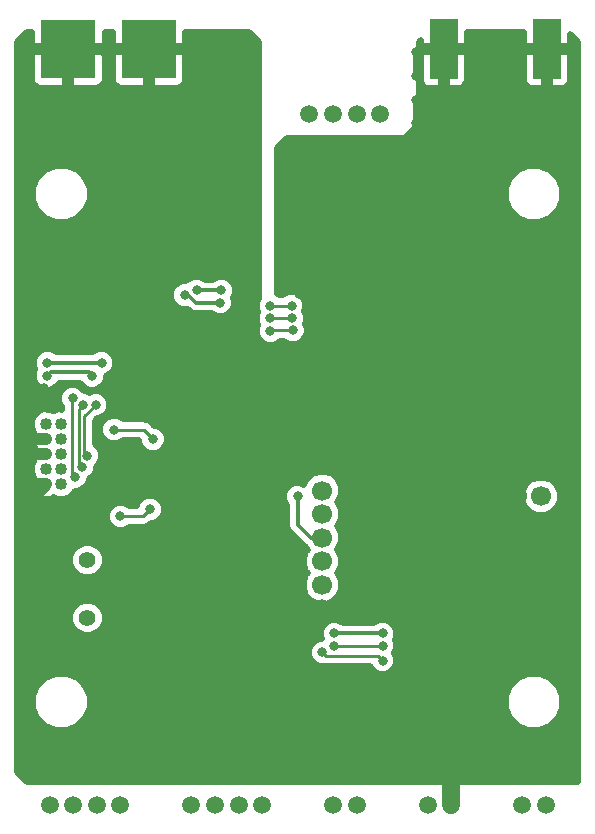
<source format=gbl>
%FSLAX46Y46*%
G04 Gerber Fmt 4.6, Leading zero omitted, Abs format (unit mm)*
G04 Created by KiCad (PCBNEW (2014-jul-16 BZR unknown)-product) date Wed 23 Jul 2014 18:22:31 BST*
%MOMM*%
G01*
G04 APERTURE LIST*
%ADD10C,0.100000*%
%ADD11C,1.700000*%
%ADD12C,1.016000*%
%ADD13C,1.400000*%
%ADD14C,1.500000*%
%ADD15R,4.650000X5.000000*%
%ADD16R,2.413000X5.080000*%
%ADD17C,0.300000*%
%ADD18R,3.500000X1.800000*%
%ADD19R,1.900000X0.900000*%
%ADD20C,0.800000*%
%ADD21C,0.500000*%
%ADD22C,1.000000*%
%ADD23C,1.500000*%
%ADD24C,0.300000*%
%ADD25C,0.280000*%
G04 APERTURE END LIST*
D10*
D11*
X45600000Y34400000D03*
X43600000Y34400000D03*
X27100000Y34900000D03*
X27100000Y32900000D03*
X27100000Y30900000D03*
X27100000Y28900000D03*
X27100000Y26900000D03*
X27100000Y24900000D03*
D12*
X3730000Y40500000D03*
X5000000Y40500000D03*
X3730000Y39230000D03*
X5000000Y39230000D03*
X3730000Y37960000D03*
X5000000Y37960000D03*
X3730000Y36690000D03*
X5000000Y36690000D03*
X3730000Y35420000D03*
X5000000Y35420000D03*
D13*
X7200000Y29000000D03*
X7200000Y24120000D03*
D14*
X26000000Y66750000D03*
X28000000Y66750000D03*
X30000000Y66750000D03*
X32000000Y66750000D03*
X10000000Y8250000D03*
X8000000Y8250000D03*
X6000000Y8250000D03*
X4000000Y8250000D03*
X22000000Y8250000D03*
X20000000Y8250000D03*
X18000000Y8250000D03*
X16000000Y8250000D03*
X46000000Y8250000D03*
X44000000Y8250000D03*
X30000000Y8250000D03*
X28000000Y8250000D03*
X38000000Y8250000D03*
X36000000Y8250000D03*
D15*
X5575000Y72250000D03*
X12425000Y72250000D03*
D16*
X37368500Y72250000D03*
X46131500Y72250000D03*
D17*
X36450000Y52500000D03*
X37050000Y52500000D03*
X35850000Y52500000D03*
X35250000Y52500000D03*
X34650000Y52500000D03*
X34050000Y52500000D03*
X33450000Y52500000D03*
X32850000Y52500000D03*
X32250000Y52500000D03*
X35250000Y53000000D03*
X34650000Y53000000D03*
X34050000Y53000000D03*
X33450000Y53000000D03*
X32850000Y53000000D03*
X32850000Y52000000D03*
X33450000Y52000000D03*
X34050000Y52000000D03*
X34650000Y52000000D03*
X35250000Y52000000D03*
X32250000Y52000000D03*
X32250000Y53000000D03*
D18*
X33750000Y52500000D03*
D19*
X36450000Y52500000D03*
D20*
X24100000Y38900000D03*
X23900000Y40000000D03*
X30500000Y12500000D03*
X44300000Y12100000D03*
X48500000Y34000000D03*
X48500000Y36000000D03*
X48500000Y38000000D03*
X48500000Y40000000D03*
X48500000Y42000000D03*
X48500000Y44000000D03*
X48500000Y46000000D03*
X48500000Y48000000D03*
X48500000Y50000000D03*
X48500000Y52000000D03*
X48500000Y54000000D03*
X48500000Y56000000D03*
X48500000Y58000000D03*
X48500000Y60000000D03*
X48500000Y62000000D03*
X48500000Y64000000D03*
X48500000Y66000000D03*
X48500000Y68000000D03*
X48500000Y70000000D03*
X48500000Y72000000D03*
X34500000Y23500000D03*
X36500000Y23500000D03*
X38500000Y23500000D03*
X40500000Y23500000D03*
X42500000Y23500000D03*
X44500000Y23500000D03*
X46500000Y23500000D03*
X48500000Y23500000D03*
X48500000Y26000000D03*
X48500000Y28000000D03*
X48500000Y30000000D03*
X48500000Y32000000D03*
X32500000Y35000000D03*
X32500000Y33000000D03*
X32500000Y31000000D03*
X32500000Y29000000D03*
X32500000Y27000000D03*
X32500000Y25000000D03*
X32500000Y47500000D03*
X32500000Y45500000D03*
X32500000Y43500000D03*
X32500000Y41500000D03*
X32500000Y39500000D03*
X32500000Y37500000D03*
X33500000Y36000000D03*
X35500000Y36000000D03*
X37500000Y36000000D03*
X34300000Y50700000D03*
X33000000Y50500000D03*
X29400000Y37600000D03*
X37400000Y68800000D03*
X21500000Y38250000D03*
X35000000Y54500000D03*
X35000000Y62000000D03*
X35000000Y64000000D03*
X35000000Y66000000D03*
X35000000Y68000000D03*
X35000000Y70000000D03*
X35000000Y72000000D03*
X35000000Y59750000D03*
X38500000Y65500000D03*
X38500000Y63100000D03*
X38500000Y63900000D03*
X38500000Y64700000D03*
X38200000Y44000000D03*
X38200000Y43200000D03*
X38200000Y42400000D03*
X38200000Y41600000D03*
X38200000Y40000000D03*
X38200000Y40800000D03*
X20200000Y52900000D03*
X6300000Y34600000D03*
X15300000Y27400000D03*
X46100000Y68800000D03*
X12400000Y69100000D03*
X5600000Y68800000D03*
X23500000Y62900000D03*
X24900000Y55800000D03*
X31500000Y59900000D03*
X11600000Y29800000D03*
X3600000Y32000000D03*
X7100000Y48900000D03*
X4900000Y65500000D03*
X12000000Y66100000D03*
X12000000Y68300000D03*
X12000000Y67200000D03*
X25200000Y38900000D03*
X27900000Y38900000D03*
X15900000Y20500000D03*
X22000000Y21700000D03*
X22800000Y13100000D03*
X10200000Y22200000D03*
X4600000Y26600000D03*
X7200000Y54300000D03*
X17650000Y47450000D03*
X12450000Y44800000D03*
X25100000Y51500000D03*
X3500000Y43600000D03*
X2000000Y72000000D03*
X2000000Y70000000D03*
X2000000Y68000000D03*
X2000000Y66000000D03*
X2000000Y64000000D03*
X2000000Y62000000D03*
X2000000Y60000000D03*
X2000000Y58000000D03*
X2000000Y56000000D03*
X2000000Y54000000D03*
X4000000Y55000000D03*
X6000000Y57000000D03*
X7000000Y58000000D03*
X6000000Y63000000D03*
X4000000Y67000000D03*
X16000000Y73000000D03*
X18000000Y73000000D03*
X20000000Y73000000D03*
X21000000Y72000000D03*
X21000000Y70000000D03*
X21000000Y68000000D03*
X20000000Y67000000D03*
X19000000Y65000000D03*
X17000000Y64000000D03*
X17000000Y62000000D03*
X17000000Y60000000D03*
X17000000Y58000000D03*
X16000000Y56000000D03*
X15000000Y55000000D03*
X14000000Y54000000D03*
X13000000Y55000000D03*
X13000000Y57000000D03*
X13000000Y59000000D03*
X13000000Y61000000D03*
X13000000Y63000000D03*
X13000000Y65000000D03*
X13000000Y67000000D03*
X14000000Y68000000D03*
X16000000Y69000000D03*
X16000000Y71000000D03*
X18000000Y71000000D03*
X19000000Y69000000D03*
X17000000Y67000000D03*
X15000000Y65000000D03*
X15000000Y63000000D03*
X15000000Y61000000D03*
X15000000Y59000000D03*
X15000000Y57000000D03*
X22700000Y48400000D03*
X24600000Y48450000D03*
X32200000Y22800000D03*
X28100000Y22800000D03*
X10000000Y32700000D03*
X12500000Y33300000D03*
X15450000Y51450000D03*
X18450000Y50800000D03*
X8400000Y45700000D03*
X3800000Y45700000D03*
X18550000Y51850000D03*
X16450000Y51850000D03*
X3800000Y44600000D03*
X7600000Y44600000D03*
X22700000Y50550000D03*
X24500000Y50550000D03*
X24550000Y49500000D03*
X22700000Y49500000D03*
X27100000Y21200000D03*
X32200000Y20500000D03*
X28100000Y21700000D03*
X32200000Y21700000D03*
X7900000Y42150000D03*
X7200000Y37850000D03*
X6750000Y36900000D03*
X6850000Y42150000D03*
X6150000Y36050000D03*
X5950000Y42700000D03*
X25000000Y34400000D03*
X12750000Y39250000D03*
X9450000Y40050000D03*
D21*
X48500000Y36000000D02*
X48500000Y34000000D01*
X48500000Y40000000D02*
X48500000Y38000000D01*
X48500000Y44000000D02*
X48500000Y42000000D01*
X48500000Y48000000D02*
X48500000Y46000000D01*
X48500000Y52000000D02*
X48500000Y50000000D01*
X48500000Y56000000D02*
X48500000Y54000000D01*
X48500000Y60000000D02*
X48500000Y58000000D01*
X48500000Y64000000D02*
X48500000Y62000000D01*
X48500000Y68000000D02*
X48500000Y66000000D01*
X48500000Y72000000D02*
X48500000Y70000000D01*
X38500000Y23500000D02*
X36500000Y23500000D01*
X42500000Y23500000D02*
X40500000Y23500000D01*
X46500000Y23500000D02*
X44500000Y23500000D01*
X48500000Y26000000D02*
X48500000Y23500000D01*
X48500000Y30000000D02*
X48500000Y28000000D01*
X48500000Y34000000D02*
X48500000Y32000000D01*
X32500000Y33000000D02*
X32500000Y35000000D01*
X32500000Y29000000D02*
X32500000Y31000000D01*
X32500000Y25000000D02*
X32500000Y27000000D01*
X32500000Y45500000D02*
X32500000Y47500000D01*
X32500000Y41500000D02*
X32500000Y43500000D01*
X32500000Y37500000D02*
X32500000Y39500000D01*
X33500000Y36000000D02*
X35500000Y36000000D01*
X35000000Y64000000D02*
X35000000Y62000000D01*
X35000000Y68000000D02*
X35000000Y66000000D01*
X35000000Y72000000D02*
X35000000Y70000000D01*
X6300000Y33900000D02*
X6300000Y34600000D01*
X43600000Y34400000D02*
X42100000Y34400000D01*
X27100000Y24900000D02*
X26000000Y24900000D01*
X26000000Y24900000D02*
X25700000Y25200000D01*
X27100000Y24900000D02*
X28000000Y24900000D01*
X28000000Y24900000D02*
X29000000Y25900000D01*
D22*
X3730000Y39230000D02*
X1870000Y39230000D01*
X1870000Y39230000D02*
X1800000Y39300000D01*
X3730000Y37960000D02*
X1940000Y37960000D01*
X1940000Y37960000D02*
X1900000Y38000000D01*
X3730000Y35420000D02*
X1920000Y35420000D01*
X1920000Y35420000D02*
X1900000Y35400000D01*
D23*
X38000000Y8250000D02*
X38000000Y10750000D01*
D24*
X25100000Y52000000D02*
X25100000Y51500000D01*
X3500000Y43600000D02*
X3600000Y43600000D01*
X3600000Y43600000D02*
X3900000Y43300000D01*
X2000000Y72000000D02*
X2000000Y70000000D01*
X2000000Y68000000D02*
X2000000Y66000000D01*
X2000000Y64000000D02*
X2000000Y62000000D01*
X2000000Y60000000D02*
X2000000Y58000000D01*
X2000000Y56000000D02*
X2000000Y54000000D01*
X4000000Y55000000D02*
X6000000Y57000000D01*
X7000000Y58000000D02*
X8000000Y59000000D01*
X8000000Y59000000D02*
X8000000Y61000000D01*
X8000000Y61000000D02*
X6000000Y63000000D01*
X15250000Y72250000D02*
X16000000Y73000000D01*
X18000000Y73000000D02*
X20000000Y73000000D01*
X21000000Y72000000D02*
X21000000Y70000000D01*
X21000000Y68000000D02*
X20000000Y67000000D01*
X19000000Y65000000D02*
X18000000Y65000000D01*
X18000000Y65000000D02*
X17000000Y64000000D01*
X17000000Y62000000D02*
X17000000Y60000000D01*
X17000000Y58000000D02*
X17000000Y57000000D01*
X17000000Y57000000D02*
X16000000Y56000000D01*
X15000000Y55000000D02*
X14000000Y54000000D01*
X13000000Y55000000D02*
X13000000Y57000000D01*
X13000000Y59000000D02*
X13000000Y61000000D01*
X13000000Y63000000D02*
X13000000Y65000000D01*
X13000000Y67000000D02*
X14000000Y68000000D01*
X16000000Y69000000D02*
X16000000Y71000000D01*
X18000000Y71000000D02*
X19000000Y70000000D01*
X19000000Y70000000D02*
X19000000Y69000000D01*
X17000000Y67000000D02*
X15000000Y65000000D01*
X15000000Y63000000D02*
X15000000Y61000000D01*
X15000000Y59000000D02*
X15000000Y57000000D01*
X12425000Y72250000D02*
X15250000Y72250000D01*
D25*
X22700000Y48400000D02*
X22750000Y48450000D01*
X22750000Y48450000D02*
X24600000Y48450000D01*
D24*
X28100000Y22800000D02*
X32200000Y22800000D01*
D25*
X12500000Y33300000D02*
X11900000Y32700000D01*
X11900000Y32700000D02*
X10000000Y32700000D01*
D24*
X15750000Y51450000D02*
X15450000Y51450000D01*
X16400000Y50800000D02*
X15750000Y51450000D01*
X18450000Y50800000D02*
X16400000Y50800000D01*
X3800000Y45700000D02*
X8400000Y45700000D01*
X18550000Y51850000D02*
X16450000Y51850000D01*
X4100000Y44900000D02*
X7350000Y44900000D01*
X7350000Y44900000D02*
X7650000Y44600000D01*
X7650000Y44600000D02*
X7600000Y44600000D01*
X3800000Y44600000D02*
X4100000Y44900000D01*
D25*
X24500000Y50550000D02*
X22700000Y50550000D01*
X22700000Y49500000D02*
X24550000Y49500000D01*
X27100000Y21200000D02*
X27400000Y20900000D01*
X27400000Y20900000D02*
X31800000Y20900000D01*
X31800000Y20900000D02*
X32200000Y20500000D01*
X28100000Y21700000D02*
X32200000Y21700000D01*
X6930002Y41180002D02*
X7900000Y42150000D01*
X6930002Y38119998D02*
X6930002Y41180002D01*
X7200000Y37850000D02*
X6930002Y38119998D01*
X6750000Y36900000D02*
X6450000Y37200000D01*
X6450000Y37200000D02*
X6450000Y41750000D01*
X6450000Y41750000D02*
X6850000Y42150000D01*
X5900000Y42650000D02*
X5950000Y42700000D01*
X5900000Y36300000D02*
X5900000Y42650000D01*
X6150000Y36050000D02*
X5900000Y36300000D01*
D24*
X26100000Y30900000D02*
X27100000Y30900000D01*
X25000000Y32000000D02*
X26100000Y30900000D01*
X25000000Y34400000D02*
X25000000Y32000000D01*
D25*
X27250000Y31000000D02*
X27100000Y30900000D01*
X12750000Y39250000D02*
X11950000Y40050000D01*
X11950000Y40050000D02*
X9450000Y40050000D01*
D21*
G36*
X48750000Y10250000D02*
X48088000Y10250000D01*
X48088000Y69560815D01*
X48088000Y69859184D01*
X48088000Y71812500D01*
X47900500Y72000000D01*
X46381500Y72000000D01*
X46381500Y69147500D01*
X46569000Y68960000D01*
X47487184Y68960000D01*
X47762841Y69074181D01*
X47973819Y69285159D01*
X48088000Y69560815D01*
X48088000Y10250000D01*
X47400416Y10250000D01*
X47400416Y17475295D01*
X47400416Y60475295D01*
X47035808Y61357715D01*
X46361266Y62033435D01*
X45881500Y62232652D01*
X45881500Y69147500D01*
X45881500Y72000000D01*
X44362500Y72000000D01*
X44175000Y71812500D01*
X44175000Y69859184D01*
X44175000Y69560815D01*
X44289181Y69285159D01*
X44500159Y69074181D01*
X44775816Y68960000D01*
X45694000Y68960000D01*
X45881500Y69147500D01*
X45881500Y62232652D01*
X45479484Y62399583D01*
X44524705Y62400416D01*
X43642285Y62035808D01*
X42966565Y61361266D01*
X42600417Y60479484D01*
X42599584Y59524705D01*
X42964192Y58642285D01*
X43638734Y57966565D01*
X44520516Y57600417D01*
X45475295Y57599584D01*
X46357715Y57964192D01*
X47033435Y58638734D01*
X47399583Y59520516D01*
X47400416Y60475295D01*
X47400416Y17475295D01*
X47200277Y17959670D01*
X47200277Y34716863D01*
X46957205Y35305143D01*
X46507511Y35755623D01*
X45919656Y35999722D01*
X45283137Y36000277D01*
X44694857Y35757205D01*
X44244377Y35307511D01*
X44000278Y34719656D01*
X43999723Y34083137D01*
X44242795Y33494857D01*
X44692489Y33044377D01*
X45280344Y32800278D01*
X45916863Y32799723D01*
X46505143Y33042795D01*
X46955623Y33492489D01*
X47199722Y34080344D01*
X47200277Y34716863D01*
X47200277Y17959670D01*
X47035808Y18357715D01*
X46361266Y19033435D01*
X45479484Y19399583D01*
X44524705Y19400416D01*
X43642285Y19035808D01*
X42966565Y18361266D01*
X42600417Y17479484D01*
X42599584Y16524705D01*
X42964192Y15642285D01*
X43638734Y14966565D01*
X44520516Y14600417D01*
X45475295Y14599584D01*
X46357715Y14964192D01*
X47033435Y15638734D01*
X47399583Y16520516D01*
X47400416Y17475295D01*
X47400416Y10250000D01*
X39325000Y10250000D01*
X39325000Y69560815D01*
X39325000Y69859184D01*
X39325000Y71812500D01*
X39137500Y72000000D01*
X37618500Y72000000D01*
X37618500Y69147500D01*
X37806000Y68960000D01*
X38724184Y68960000D01*
X38999841Y69074181D01*
X39210819Y69285159D01*
X39325000Y69560815D01*
X39325000Y10250000D01*
X37118500Y10250000D01*
X37118500Y69147500D01*
X37118500Y72000000D01*
X35599500Y72000000D01*
X35412000Y71812500D01*
X35412000Y69859184D01*
X35412000Y69560815D01*
X35526181Y69285159D01*
X35737159Y69074181D01*
X36012816Y68960000D01*
X36931000Y68960000D01*
X37118500Y69147500D01*
X37118500Y10250000D01*
X33350199Y10250000D01*
X33350199Y20727746D01*
X33196223Y21100395D01*
X33349800Y21470247D01*
X33350199Y21927746D01*
X33216934Y22250272D01*
X33349800Y22570247D01*
X33350199Y23027746D01*
X33175491Y23450572D01*
X32852273Y23774354D01*
X32429753Y23949800D01*
X31972254Y23950199D01*
X31549428Y23775491D01*
X31473805Y23700000D01*
X28826497Y23700000D01*
X28752273Y23774354D01*
X28700277Y23795945D01*
X28700277Y27216863D01*
X28457205Y27805143D01*
X28362742Y27899771D01*
X28455623Y27992489D01*
X28699722Y28580344D01*
X28700277Y29216863D01*
X28457205Y29805143D01*
X28362742Y29899771D01*
X28455623Y29992489D01*
X28699722Y30580344D01*
X28700277Y31216863D01*
X28457205Y31805143D01*
X28362742Y31899771D01*
X28455623Y31992489D01*
X28699722Y32580344D01*
X28700277Y33216863D01*
X28457205Y33805143D01*
X28362742Y33899771D01*
X28455623Y33992489D01*
X28699722Y34580344D01*
X28700277Y35216863D01*
X28457205Y35805143D01*
X28007511Y36255623D01*
X27419656Y36499722D01*
X26783137Y36500277D01*
X26194857Y36257205D01*
X25744377Y35807511D01*
X25577420Y35405436D01*
X25229753Y35549800D01*
X24772254Y35550199D01*
X24349428Y35375491D01*
X24025646Y35052273D01*
X23850200Y34629753D01*
X23849801Y34172254D01*
X24024509Y33749428D01*
X24100000Y33673806D01*
X24100000Y32000000D01*
X24168508Y31655585D01*
X24363604Y31363604D01*
X25463604Y30263604D01*
X25695879Y30108403D01*
X25742795Y29994857D01*
X25837257Y29900230D01*
X25744377Y29807511D01*
X25500278Y29219656D01*
X25499723Y28583137D01*
X25742795Y27994857D01*
X25837257Y27900230D01*
X25744377Y27807511D01*
X25500278Y27219656D01*
X25499723Y26583137D01*
X25742795Y25994857D01*
X26192489Y25544377D01*
X26780344Y25300278D01*
X27416863Y25299723D01*
X28005143Y25542795D01*
X28455623Y25992489D01*
X28699722Y26580344D01*
X28700277Y27216863D01*
X28700277Y23795945D01*
X28329753Y23949800D01*
X27872254Y23950199D01*
X27449428Y23775491D01*
X27125646Y23452273D01*
X26950200Y23029753D01*
X26949801Y22572254D01*
X27041613Y22350052D01*
X26872254Y22350199D01*
X26449428Y22175491D01*
X26125646Y21852273D01*
X25950200Y21429753D01*
X25949801Y20972254D01*
X26124509Y20549428D01*
X26447727Y20225646D01*
X26870247Y20050200D01*
X27199342Y20049913D01*
X27199343Y20049913D01*
X27400000Y20010000D01*
X31158162Y20010000D01*
X31224509Y19849428D01*
X31547727Y19525646D01*
X31970247Y19350200D01*
X32427746Y19349801D01*
X32850572Y19524509D01*
X33174354Y19847727D01*
X33349800Y20270247D01*
X33350199Y20727746D01*
X33350199Y10250000D01*
X19700199Y10250000D01*
X19700199Y52077746D01*
X19525491Y52500572D01*
X19202273Y52824354D01*
X18779753Y52999800D01*
X18322254Y53000199D01*
X17899428Y52825491D01*
X17823805Y52750000D01*
X17176497Y52750000D01*
X17102273Y52824354D01*
X16679753Y52999800D01*
X16222254Y53000199D01*
X15799428Y52825491D01*
X15573436Y52599893D01*
X15500000Y52599957D01*
X15500000Y69600815D01*
X15500000Y69899184D01*
X15500000Y71812500D01*
X15312500Y72000000D01*
X12675000Y72000000D01*
X12675000Y69187500D01*
X12862500Y69000000D01*
X14899184Y69000000D01*
X15174841Y69114181D01*
X15385819Y69325159D01*
X15500000Y69600815D01*
X15500000Y52599957D01*
X15222254Y52600199D01*
X14799428Y52425491D01*
X14475646Y52102273D01*
X14300200Y51679753D01*
X14299801Y51222254D01*
X14474509Y50799428D01*
X14797727Y50475646D01*
X15220247Y50300200D01*
X15627363Y50299845D01*
X15763604Y50163604D01*
X16055585Y49968508D01*
X16400000Y49900000D01*
X17723502Y49900000D01*
X17797727Y49825646D01*
X18220247Y49650200D01*
X18677746Y49649801D01*
X19100572Y49824509D01*
X19424354Y50147727D01*
X19599800Y50570247D01*
X19600199Y51027746D01*
X19527166Y51204500D01*
X19699800Y51620247D01*
X19700199Y52077746D01*
X19700199Y10250000D01*
X13900199Y10250000D01*
X13900199Y39477746D01*
X13725491Y39900572D01*
X13402273Y40224354D01*
X12979753Y40399800D01*
X12858744Y40399906D01*
X12579325Y40679325D01*
X12290589Y40872253D01*
X12175000Y40895245D01*
X12175000Y69187500D01*
X12175000Y72000000D01*
X9537500Y72000000D01*
X9350000Y71812500D01*
X9350000Y69899184D01*
X9350000Y69600815D01*
X9464181Y69325159D01*
X9675159Y69114181D01*
X9950816Y69000000D01*
X11987500Y69000000D01*
X12175000Y69187500D01*
X12175000Y40895245D01*
X11950000Y40940000D01*
X10186480Y40940000D01*
X10102273Y41024354D01*
X9679753Y41199800D01*
X9550199Y41199913D01*
X9550199Y45927746D01*
X9375491Y46350572D01*
X9052273Y46674354D01*
X8650000Y46841393D01*
X8650000Y69600815D01*
X8650000Y69899184D01*
X8650000Y71812500D01*
X8462500Y72000000D01*
X5825000Y72000000D01*
X5825000Y69187500D01*
X6012500Y69000000D01*
X8049184Y69000000D01*
X8324841Y69114181D01*
X8535819Y69325159D01*
X8650000Y69600815D01*
X8650000Y46841393D01*
X8629753Y46849800D01*
X8172254Y46850199D01*
X7749428Y46675491D01*
X7673805Y46600000D01*
X7400416Y46600000D01*
X7400416Y60475295D01*
X7035808Y61357715D01*
X6361266Y62033435D01*
X5479484Y62399583D01*
X5325000Y62399718D01*
X5325000Y69187500D01*
X5325000Y72000000D01*
X2687500Y72000000D01*
X2500000Y71812500D01*
X2500000Y69899184D01*
X2500000Y69600815D01*
X2614181Y69325159D01*
X2825159Y69114181D01*
X3100816Y69000000D01*
X5137500Y69000000D01*
X5325000Y69187500D01*
X5325000Y62399718D01*
X4524705Y62400416D01*
X3642285Y62035808D01*
X2966565Y61361266D01*
X2600417Y60479484D01*
X2599584Y59524705D01*
X2964192Y58642285D01*
X3638734Y57966565D01*
X4520516Y57600417D01*
X5475295Y57599584D01*
X6357715Y57964192D01*
X7033435Y58638734D01*
X7399583Y59520516D01*
X7400416Y60475295D01*
X7400416Y46600000D01*
X4526497Y46600000D01*
X4452273Y46674354D01*
X4029753Y46849800D01*
X3572254Y46850199D01*
X3149428Y46675491D01*
X2825646Y46352273D01*
X2650200Y45929753D01*
X2649801Y45472254D01*
X2783065Y45149729D01*
X2650200Y44829753D01*
X2649801Y44372254D01*
X2824509Y43949428D01*
X3147727Y43625646D01*
X3570247Y43450200D01*
X4027746Y43449801D01*
X4450572Y43624509D01*
X4774354Y43947727D01*
X4796059Y44000000D01*
X6603613Y44000000D01*
X6624509Y43949428D01*
X6947727Y43625646D01*
X7370247Y43450200D01*
X7827746Y43449801D01*
X8250572Y43624509D01*
X8574354Y43947727D01*
X8749800Y44370247D01*
X8750000Y44600316D01*
X9050572Y44724509D01*
X9374354Y45047727D01*
X9549800Y45470247D01*
X9550199Y45927746D01*
X9550199Y41199913D01*
X9222254Y41200199D01*
X9050199Y41129108D01*
X9050199Y42377746D01*
X8875491Y42800572D01*
X8552273Y43124354D01*
X8129753Y43299800D01*
X7672254Y43300199D01*
X7374790Y43177290D01*
X7079753Y43299800D01*
X6946421Y43299917D01*
X6925491Y43350572D01*
X6602273Y43674354D01*
X6179753Y43849800D01*
X5722254Y43850199D01*
X5299428Y43675491D01*
X4975646Y43352273D01*
X4800200Y42929753D01*
X4799801Y42472254D01*
X4974509Y42049428D01*
X5010000Y42013876D01*
X5010000Y41757992D01*
X4750866Y41758218D01*
X4364620Y41598626D01*
X3981330Y41757781D01*
X3480866Y41758218D01*
X3018331Y41567103D01*
X2664141Y41213530D01*
X2472219Y40751330D01*
X2471782Y40250866D01*
X2662897Y39788331D01*
X2666697Y39784524D01*
X2565273Y39767207D01*
X2448352Y39280592D01*
X2526551Y38786275D01*
X2565273Y38692793D01*
X2659787Y38676657D01*
X2741444Y38595001D01*
X2659787Y38513344D01*
X2565273Y38497207D01*
X2448352Y38010592D01*
X2526551Y37516275D01*
X2565273Y37422793D01*
X2666179Y37405565D01*
X2664141Y37403530D01*
X2472219Y36941330D01*
X2471782Y36440866D01*
X2662897Y35978331D01*
X2666697Y35974524D01*
X2565273Y35957207D01*
X2448352Y35470592D01*
X2526551Y34976275D01*
X2565273Y34882793D01*
X2799286Y34842839D01*
X3376447Y35420000D01*
X3362304Y35434143D01*
X3395087Y35466926D01*
X3478670Y35432219D01*
X3742010Y35431990D01*
X3741782Y35170866D01*
X3777137Y35085300D01*
X3744142Y35052305D01*
X3730000Y35066447D01*
X3152839Y34489286D01*
X3192793Y34255273D01*
X3679408Y34138352D01*
X4173725Y34216551D01*
X4267207Y34255273D01*
X4284435Y34356180D01*
X4286470Y34354141D01*
X4748670Y34162219D01*
X5249134Y34161782D01*
X5711669Y34352897D01*
X6065859Y34706470D01*
X6146220Y34900003D01*
X6377746Y34899801D01*
X6800572Y35074509D01*
X7124354Y35397727D01*
X7299800Y35820247D01*
X7299854Y35882894D01*
X7400572Y35924509D01*
X7724354Y36247727D01*
X7899800Y36670247D01*
X7900021Y36923873D01*
X8174354Y37197727D01*
X8349800Y37620247D01*
X8350199Y38077746D01*
X8175491Y38500572D01*
X7852273Y38824354D01*
X7820002Y38837755D01*
X7820002Y40811352D01*
X8008554Y40999905D01*
X8127746Y40999801D01*
X8550572Y41174509D01*
X8874354Y41497727D01*
X9049800Y41920247D01*
X9050199Y42377746D01*
X9050199Y41129108D01*
X8799428Y41025491D01*
X8475646Y40702273D01*
X8300200Y40279753D01*
X8299801Y39822254D01*
X8474509Y39399428D01*
X8797727Y39075646D01*
X9220247Y38900200D01*
X9677746Y38899801D01*
X10100572Y39074509D01*
X10186212Y39160000D01*
X11581350Y39160000D01*
X11599904Y39141446D01*
X11599801Y39022254D01*
X11774509Y38599428D01*
X12097727Y38275646D01*
X12520247Y38100200D01*
X12977746Y38099801D01*
X13400572Y38274509D01*
X13724354Y38597727D01*
X13899800Y39020247D01*
X13900199Y39477746D01*
X13900199Y10250000D01*
X13650199Y10250000D01*
X13650199Y33527746D01*
X13475491Y33950572D01*
X13152273Y34274354D01*
X12729753Y34449800D01*
X12272254Y34450199D01*
X11849428Y34275491D01*
X11525646Y33952273D01*
X11375216Y33590000D01*
X10736480Y33590000D01*
X10652273Y33674354D01*
X10229753Y33849800D01*
X9772254Y33850199D01*
X9349428Y33675491D01*
X9025646Y33352273D01*
X8850200Y32929753D01*
X8849801Y32472254D01*
X9024509Y32049428D01*
X9347727Y31725646D01*
X9770247Y31550200D01*
X10227746Y31549801D01*
X10650572Y31724509D01*
X10736212Y31810000D01*
X11900000Y31810000D01*
X12240588Y31877747D01*
X12240589Y31877747D01*
X12529325Y32070675D01*
X12608554Y32149905D01*
X12727746Y32149801D01*
X13150572Y32324509D01*
X13474354Y32647727D01*
X13649800Y33070247D01*
X13650199Y33527746D01*
X13650199Y10250000D01*
X8650251Y10250000D01*
X8650251Y24407157D01*
X8650251Y29287157D01*
X8429967Y29820286D01*
X8022431Y30228533D01*
X7489688Y30449748D01*
X6912843Y30450251D01*
X6379714Y30229967D01*
X5971467Y29822431D01*
X5750252Y29289688D01*
X5749749Y28712843D01*
X5970033Y28179714D01*
X6377569Y27771467D01*
X6910312Y27550252D01*
X7487157Y27549749D01*
X8020286Y27770033D01*
X8428533Y28177569D01*
X8649748Y28710312D01*
X8650251Y29287157D01*
X8650251Y24407157D01*
X8429967Y24940286D01*
X8022431Y25348533D01*
X7489688Y25569748D01*
X6912843Y25570251D01*
X6379714Y25349967D01*
X5971467Y24942431D01*
X5750252Y24409688D01*
X5749749Y23832843D01*
X5970033Y23299714D01*
X6377569Y22891467D01*
X6910312Y22670252D01*
X7487157Y22669749D01*
X8020286Y22890033D01*
X8428533Y23297569D01*
X8649748Y23830312D01*
X8650251Y24407157D01*
X8650251Y10250000D01*
X7400416Y10250000D01*
X7400416Y17475295D01*
X7035808Y18357715D01*
X6361266Y19033435D01*
X5479484Y19399583D01*
X4524705Y19400416D01*
X3642285Y19035808D01*
X2966565Y18361266D01*
X2600417Y17479484D01*
X2599584Y16524705D01*
X2964192Y15642285D01*
X3638734Y14966565D01*
X4520516Y14600417D01*
X5475295Y14599584D01*
X6357715Y14964192D01*
X7033435Y15638734D01*
X7399583Y16520516D01*
X7400416Y17475295D01*
X7400416Y10250000D01*
X2103553Y10250000D01*
X1250000Y11103553D01*
X1250000Y47000000D01*
X1250000Y49000000D01*
X1250000Y52000000D01*
X1250000Y54000000D01*
X1250000Y58000000D01*
X1250000Y72896447D01*
X2103553Y73750000D01*
X2500000Y73750000D01*
X2500000Y72687500D01*
X2687500Y72500000D01*
X5325000Y72500000D01*
X5325000Y72520000D01*
X5825000Y72520000D01*
X5825000Y72500000D01*
X8462500Y72500000D01*
X8650000Y72687500D01*
X8650000Y73750000D01*
X9350000Y73750000D01*
X9350000Y72687500D01*
X9537500Y72500000D01*
X12175000Y72500000D01*
X12175000Y72520000D01*
X12675000Y72520000D01*
X12675000Y72500000D01*
X15312500Y72500000D01*
X15500000Y72687500D01*
X15500000Y73750000D01*
X20896447Y73750000D01*
X21750000Y72896447D01*
X21750000Y54000000D01*
X21750000Y52000000D01*
X21750000Y51226585D01*
X21725646Y51202273D01*
X21550200Y50779753D01*
X21549801Y50322254D01*
X21672710Y50024791D01*
X21550200Y49729753D01*
X21549801Y49272254D01*
X21683065Y48949729D01*
X21550200Y48629753D01*
X21549801Y48172254D01*
X21724509Y47749428D01*
X22047727Y47425646D01*
X22470247Y47250200D01*
X22927746Y47249801D01*
X23350572Y47424509D01*
X23486299Y47560000D01*
X23863519Y47560000D01*
X23947727Y47475646D01*
X24370247Y47300200D01*
X24827746Y47299801D01*
X25250572Y47474509D01*
X25574354Y47797727D01*
X25749800Y48220247D01*
X25750199Y48677746D01*
X25602351Y49035566D01*
X25699800Y49270247D01*
X25700199Y49727746D01*
X25552351Y50085566D01*
X25649800Y50320247D01*
X25650199Y50777746D01*
X25475491Y51200572D01*
X25152273Y51524354D01*
X24729753Y51699800D01*
X24272254Y51700199D01*
X23849428Y51525491D01*
X23763787Y51440000D01*
X23436480Y51440000D01*
X23352273Y51524354D01*
X23250000Y51566822D01*
X23250000Y63896447D01*
X24103553Y64750000D01*
X34103553Y64750000D01*
X35250000Y65896447D01*
X35250000Y72896447D01*
X35412000Y73058447D01*
X35412000Y72687500D01*
X35599500Y72500000D01*
X37118500Y72500000D01*
X37118500Y72520000D01*
X37618500Y72520000D01*
X37618500Y72500000D01*
X39137500Y72500000D01*
X39325000Y72687500D01*
X39325000Y73750000D01*
X44175000Y73750000D01*
X44175000Y72687500D01*
X44362500Y72500000D01*
X45881500Y72500000D01*
X45881500Y72520000D01*
X46381500Y72520000D01*
X46381500Y72500000D01*
X47900500Y72500000D01*
X48088000Y72687500D01*
X48088000Y73558447D01*
X48750000Y72896447D01*
X48750000Y10250000D01*
X48750000Y10250000D01*
G37*
X48750000Y10250000D02*
X48088000Y10250000D01*
X48088000Y69560815D01*
X48088000Y69859184D01*
X48088000Y71812500D01*
X47900500Y72000000D01*
X46381500Y72000000D01*
X46381500Y69147500D01*
X46569000Y68960000D01*
X47487184Y68960000D01*
X47762841Y69074181D01*
X47973819Y69285159D01*
X48088000Y69560815D01*
X48088000Y10250000D01*
X47400416Y10250000D01*
X47400416Y17475295D01*
X47400416Y60475295D01*
X47035808Y61357715D01*
X46361266Y62033435D01*
X45881500Y62232652D01*
X45881500Y69147500D01*
X45881500Y72000000D01*
X44362500Y72000000D01*
X44175000Y71812500D01*
X44175000Y69859184D01*
X44175000Y69560815D01*
X44289181Y69285159D01*
X44500159Y69074181D01*
X44775816Y68960000D01*
X45694000Y68960000D01*
X45881500Y69147500D01*
X45881500Y62232652D01*
X45479484Y62399583D01*
X44524705Y62400416D01*
X43642285Y62035808D01*
X42966565Y61361266D01*
X42600417Y60479484D01*
X42599584Y59524705D01*
X42964192Y58642285D01*
X43638734Y57966565D01*
X44520516Y57600417D01*
X45475295Y57599584D01*
X46357715Y57964192D01*
X47033435Y58638734D01*
X47399583Y59520516D01*
X47400416Y60475295D01*
X47400416Y17475295D01*
X47200277Y17959670D01*
X47200277Y34716863D01*
X46957205Y35305143D01*
X46507511Y35755623D01*
X45919656Y35999722D01*
X45283137Y36000277D01*
X44694857Y35757205D01*
X44244377Y35307511D01*
X44000278Y34719656D01*
X43999723Y34083137D01*
X44242795Y33494857D01*
X44692489Y33044377D01*
X45280344Y32800278D01*
X45916863Y32799723D01*
X46505143Y33042795D01*
X46955623Y33492489D01*
X47199722Y34080344D01*
X47200277Y34716863D01*
X47200277Y17959670D01*
X47035808Y18357715D01*
X46361266Y19033435D01*
X45479484Y19399583D01*
X44524705Y19400416D01*
X43642285Y19035808D01*
X42966565Y18361266D01*
X42600417Y17479484D01*
X42599584Y16524705D01*
X42964192Y15642285D01*
X43638734Y14966565D01*
X44520516Y14600417D01*
X45475295Y14599584D01*
X46357715Y14964192D01*
X47033435Y15638734D01*
X47399583Y16520516D01*
X47400416Y17475295D01*
X47400416Y10250000D01*
X39325000Y10250000D01*
X39325000Y69560815D01*
X39325000Y69859184D01*
X39325000Y71812500D01*
X39137500Y72000000D01*
X37618500Y72000000D01*
X37618500Y69147500D01*
X37806000Y68960000D01*
X38724184Y68960000D01*
X38999841Y69074181D01*
X39210819Y69285159D01*
X39325000Y69560815D01*
X39325000Y10250000D01*
X37118500Y10250000D01*
X37118500Y69147500D01*
X37118500Y72000000D01*
X35599500Y72000000D01*
X35412000Y71812500D01*
X35412000Y69859184D01*
X35412000Y69560815D01*
X35526181Y69285159D01*
X35737159Y69074181D01*
X36012816Y68960000D01*
X36931000Y68960000D01*
X37118500Y69147500D01*
X37118500Y10250000D01*
X33350199Y10250000D01*
X33350199Y20727746D01*
X33196223Y21100395D01*
X33349800Y21470247D01*
X33350199Y21927746D01*
X33216934Y22250272D01*
X33349800Y22570247D01*
X33350199Y23027746D01*
X33175491Y23450572D01*
X32852273Y23774354D01*
X32429753Y23949800D01*
X31972254Y23950199D01*
X31549428Y23775491D01*
X31473805Y23700000D01*
X28826497Y23700000D01*
X28752273Y23774354D01*
X28700277Y23795945D01*
X28700277Y27216863D01*
X28457205Y27805143D01*
X28362742Y27899771D01*
X28455623Y27992489D01*
X28699722Y28580344D01*
X28700277Y29216863D01*
X28457205Y29805143D01*
X28362742Y29899771D01*
X28455623Y29992489D01*
X28699722Y30580344D01*
X28700277Y31216863D01*
X28457205Y31805143D01*
X28362742Y31899771D01*
X28455623Y31992489D01*
X28699722Y32580344D01*
X28700277Y33216863D01*
X28457205Y33805143D01*
X28362742Y33899771D01*
X28455623Y33992489D01*
X28699722Y34580344D01*
X28700277Y35216863D01*
X28457205Y35805143D01*
X28007511Y36255623D01*
X27419656Y36499722D01*
X26783137Y36500277D01*
X26194857Y36257205D01*
X25744377Y35807511D01*
X25577420Y35405436D01*
X25229753Y35549800D01*
X24772254Y35550199D01*
X24349428Y35375491D01*
X24025646Y35052273D01*
X23850200Y34629753D01*
X23849801Y34172254D01*
X24024509Y33749428D01*
X24100000Y33673806D01*
X24100000Y32000000D01*
X24168508Y31655585D01*
X24363604Y31363604D01*
X25463604Y30263604D01*
X25695879Y30108403D01*
X25742795Y29994857D01*
X25837257Y29900230D01*
X25744377Y29807511D01*
X25500278Y29219656D01*
X25499723Y28583137D01*
X25742795Y27994857D01*
X25837257Y27900230D01*
X25744377Y27807511D01*
X25500278Y27219656D01*
X25499723Y26583137D01*
X25742795Y25994857D01*
X26192489Y25544377D01*
X26780344Y25300278D01*
X27416863Y25299723D01*
X28005143Y25542795D01*
X28455623Y25992489D01*
X28699722Y26580344D01*
X28700277Y27216863D01*
X28700277Y23795945D01*
X28329753Y23949800D01*
X27872254Y23950199D01*
X27449428Y23775491D01*
X27125646Y23452273D01*
X26950200Y23029753D01*
X26949801Y22572254D01*
X27041613Y22350052D01*
X26872254Y22350199D01*
X26449428Y22175491D01*
X26125646Y21852273D01*
X25950200Y21429753D01*
X25949801Y20972254D01*
X26124509Y20549428D01*
X26447727Y20225646D01*
X26870247Y20050200D01*
X27199342Y20049913D01*
X27199343Y20049913D01*
X27400000Y20010000D01*
X31158162Y20010000D01*
X31224509Y19849428D01*
X31547727Y19525646D01*
X31970247Y19350200D01*
X32427746Y19349801D01*
X32850572Y19524509D01*
X33174354Y19847727D01*
X33349800Y20270247D01*
X33350199Y20727746D01*
X33350199Y10250000D01*
X19700199Y10250000D01*
X19700199Y52077746D01*
X19525491Y52500572D01*
X19202273Y52824354D01*
X18779753Y52999800D01*
X18322254Y53000199D01*
X17899428Y52825491D01*
X17823805Y52750000D01*
X17176497Y52750000D01*
X17102273Y52824354D01*
X16679753Y52999800D01*
X16222254Y53000199D01*
X15799428Y52825491D01*
X15573436Y52599893D01*
X15500000Y52599957D01*
X15500000Y69600815D01*
X15500000Y69899184D01*
X15500000Y71812500D01*
X15312500Y72000000D01*
X12675000Y72000000D01*
X12675000Y69187500D01*
X12862500Y69000000D01*
X14899184Y69000000D01*
X15174841Y69114181D01*
X15385819Y69325159D01*
X15500000Y69600815D01*
X15500000Y52599957D01*
X15222254Y52600199D01*
X14799428Y52425491D01*
X14475646Y52102273D01*
X14300200Y51679753D01*
X14299801Y51222254D01*
X14474509Y50799428D01*
X14797727Y50475646D01*
X15220247Y50300200D01*
X15627363Y50299845D01*
X15763604Y50163604D01*
X16055585Y49968508D01*
X16400000Y49900000D01*
X17723502Y49900000D01*
X17797727Y49825646D01*
X18220247Y49650200D01*
X18677746Y49649801D01*
X19100572Y49824509D01*
X19424354Y50147727D01*
X19599800Y50570247D01*
X19600199Y51027746D01*
X19527166Y51204500D01*
X19699800Y51620247D01*
X19700199Y52077746D01*
X19700199Y10250000D01*
X13900199Y10250000D01*
X13900199Y39477746D01*
X13725491Y39900572D01*
X13402273Y40224354D01*
X12979753Y40399800D01*
X12858744Y40399906D01*
X12579325Y40679325D01*
X12290589Y40872253D01*
X12175000Y40895245D01*
X12175000Y69187500D01*
X12175000Y72000000D01*
X9537500Y72000000D01*
X9350000Y71812500D01*
X9350000Y69899184D01*
X9350000Y69600815D01*
X9464181Y69325159D01*
X9675159Y69114181D01*
X9950816Y69000000D01*
X11987500Y69000000D01*
X12175000Y69187500D01*
X12175000Y40895245D01*
X11950000Y40940000D01*
X10186480Y40940000D01*
X10102273Y41024354D01*
X9679753Y41199800D01*
X9550199Y41199913D01*
X9550199Y45927746D01*
X9375491Y46350572D01*
X9052273Y46674354D01*
X8650000Y46841393D01*
X8650000Y69600815D01*
X8650000Y69899184D01*
X8650000Y71812500D01*
X8462500Y72000000D01*
X5825000Y72000000D01*
X5825000Y69187500D01*
X6012500Y69000000D01*
X8049184Y69000000D01*
X8324841Y69114181D01*
X8535819Y69325159D01*
X8650000Y69600815D01*
X8650000Y46841393D01*
X8629753Y46849800D01*
X8172254Y46850199D01*
X7749428Y46675491D01*
X7673805Y46600000D01*
X7400416Y46600000D01*
X7400416Y60475295D01*
X7035808Y61357715D01*
X6361266Y62033435D01*
X5479484Y62399583D01*
X5325000Y62399718D01*
X5325000Y69187500D01*
X5325000Y72000000D01*
X2687500Y72000000D01*
X2500000Y71812500D01*
X2500000Y69899184D01*
X2500000Y69600815D01*
X2614181Y69325159D01*
X2825159Y69114181D01*
X3100816Y69000000D01*
X5137500Y69000000D01*
X5325000Y69187500D01*
X5325000Y62399718D01*
X4524705Y62400416D01*
X3642285Y62035808D01*
X2966565Y61361266D01*
X2600417Y60479484D01*
X2599584Y59524705D01*
X2964192Y58642285D01*
X3638734Y57966565D01*
X4520516Y57600417D01*
X5475295Y57599584D01*
X6357715Y57964192D01*
X7033435Y58638734D01*
X7399583Y59520516D01*
X7400416Y60475295D01*
X7400416Y46600000D01*
X4526497Y46600000D01*
X4452273Y46674354D01*
X4029753Y46849800D01*
X3572254Y46850199D01*
X3149428Y46675491D01*
X2825646Y46352273D01*
X2650200Y45929753D01*
X2649801Y45472254D01*
X2783065Y45149729D01*
X2650200Y44829753D01*
X2649801Y44372254D01*
X2824509Y43949428D01*
X3147727Y43625646D01*
X3570247Y43450200D01*
X4027746Y43449801D01*
X4450572Y43624509D01*
X4774354Y43947727D01*
X4796059Y44000000D01*
X6603613Y44000000D01*
X6624509Y43949428D01*
X6947727Y43625646D01*
X7370247Y43450200D01*
X7827746Y43449801D01*
X8250572Y43624509D01*
X8574354Y43947727D01*
X8749800Y44370247D01*
X8750000Y44600316D01*
X9050572Y44724509D01*
X9374354Y45047727D01*
X9549800Y45470247D01*
X9550199Y45927746D01*
X9550199Y41199913D01*
X9222254Y41200199D01*
X9050199Y41129108D01*
X9050199Y42377746D01*
X8875491Y42800572D01*
X8552273Y43124354D01*
X8129753Y43299800D01*
X7672254Y43300199D01*
X7374790Y43177290D01*
X7079753Y43299800D01*
X6946421Y43299917D01*
X6925491Y43350572D01*
X6602273Y43674354D01*
X6179753Y43849800D01*
X5722254Y43850199D01*
X5299428Y43675491D01*
X4975646Y43352273D01*
X4800200Y42929753D01*
X4799801Y42472254D01*
X4974509Y42049428D01*
X5010000Y42013876D01*
X5010000Y41757992D01*
X4750866Y41758218D01*
X4364620Y41598626D01*
X3981330Y41757781D01*
X3480866Y41758218D01*
X3018331Y41567103D01*
X2664141Y41213530D01*
X2472219Y40751330D01*
X2471782Y40250866D01*
X2662897Y39788331D01*
X2666697Y39784524D01*
X2565273Y39767207D01*
X2448352Y39280592D01*
X2526551Y38786275D01*
X2565273Y38692793D01*
X2659787Y38676657D01*
X2741444Y38595001D01*
X2659787Y38513344D01*
X2565273Y38497207D01*
X2448352Y38010592D01*
X2526551Y37516275D01*
X2565273Y37422793D01*
X2666179Y37405565D01*
X2664141Y37403530D01*
X2472219Y36941330D01*
X2471782Y36440866D01*
X2662897Y35978331D01*
X2666697Y35974524D01*
X2565273Y35957207D01*
X2448352Y35470592D01*
X2526551Y34976275D01*
X2565273Y34882793D01*
X2799286Y34842839D01*
X3376447Y35420000D01*
X3362304Y35434143D01*
X3395087Y35466926D01*
X3478670Y35432219D01*
X3742010Y35431990D01*
X3741782Y35170866D01*
X3777137Y35085300D01*
X3744142Y35052305D01*
X3730000Y35066447D01*
X3152839Y34489286D01*
X3192793Y34255273D01*
X3679408Y34138352D01*
X4173725Y34216551D01*
X4267207Y34255273D01*
X4284435Y34356180D01*
X4286470Y34354141D01*
X4748670Y34162219D01*
X5249134Y34161782D01*
X5711669Y34352897D01*
X6065859Y34706470D01*
X6146220Y34900003D01*
X6377746Y34899801D01*
X6800572Y35074509D01*
X7124354Y35397727D01*
X7299800Y35820247D01*
X7299854Y35882894D01*
X7400572Y35924509D01*
X7724354Y36247727D01*
X7899800Y36670247D01*
X7900021Y36923873D01*
X8174354Y37197727D01*
X8349800Y37620247D01*
X8350199Y38077746D01*
X8175491Y38500572D01*
X7852273Y38824354D01*
X7820002Y38837755D01*
X7820002Y40811352D01*
X8008554Y40999905D01*
X8127746Y40999801D01*
X8550572Y41174509D01*
X8874354Y41497727D01*
X9049800Y41920247D01*
X9050199Y42377746D01*
X9050199Y41129108D01*
X8799428Y41025491D01*
X8475646Y40702273D01*
X8300200Y40279753D01*
X8299801Y39822254D01*
X8474509Y39399428D01*
X8797727Y39075646D01*
X9220247Y38900200D01*
X9677746Y38899801D01*
X10100572Y39074509D01*
X10186212Y39160000D01*
X11581350Y39160000D01*
X11599904Y39141446D01*
X11599801Y39022254D01*
X11774509Y38599428D01*
X12097727Y38275646D01*
X12520247Y38100200D01*
X12977746Y38099801D01*
X13400572Y38274509D01*
X13724354Y38597727D01*
X13899800Y39020247D01*
X13900199Y39477746D01*
X13900199Y10250000D01*
X13650199Y10250000D01*
X13650199Y33527746D01*
X13475491Y33950572D01*
X13152273Y34274354D01*
X12729753Y34449800D01*
X12272254Y34450199D01*
X11849428Y34275491D01*
X11525646Y33952273D01*
X11375216Y33590000D01*
X10736480Y33590000D01*
X10652273Y33674354D01*
X10229753Y33849800D01*
X9772254Y33850199D01*
X9349428Y33675491D01*
X9025646Y33352273D01*
X8850200Y32929753D01*
X8849801Y32472254D01*
X9024509Y32049428D01*
X9347727Y31725646D01*
X9770247Y31550200D01*
X10227746Y31549801D01*
X10650572Y31724509D01*
X10736212Y31810000D01*
X11900000Y31810000D01*
X12240588Y31877747D01*
X12240589Y31877747D01*
X12529325Y32070675D01*
X12608554Y32149905D01*
X12727746Y32149801D01*
X13150572Y32324509D01*
X13474354Y32647727D01*
X13649800Y33070247D01*
X13650199Y33527746D01*
X13650199Y10250000D01*
X8650251Y10250000D01*
X8650251Y24407157D01*
X8650251Y29287157D01*
X8429967Y29820286D01*
X8022431Y30228533D01*
X7489688Y30449748D01*
X6912843Y30450251D01*
X6379714Y30229967D01*
X5971467Y29822431D01*
X5750252Y29289688D01*
X5749749Y28712843D01*
X5970033Y28179714D01*
X6377569Y27771467D01*
X6910312Y27550252D01*
X7487157Y27549749D01*
X8020286Y27770033D01*
X8428533Y28177569D01*
X8649748Y28710312D01*
X8650251Y29287157D01*
X8650251Y24407157D01*
X8429967Y24940286D01*
X8022431Y25348533D01*
X7489688Y25569748D01*
X6912843Y25570251D01*
X6379714Y25349967D01*
X5971467Y24942431D01*
X5750252Y24409688D01*
X5749749Y23832843D01*
X5970033Y23299714D01*
X6377569Y22891467D01*
X6910312Y22670252D01*
X7487157Y22669749D01*
X8020286Y22890033D01*
X8428533Y23297569D01*
X8649748Y23830312D01*
X8650251Y24407157D01*
X8650251Y10250000D01*
X7400416Y10250000D01*
X7400416Y17475295D01*
X7035808Y18357715D01*
X6361266Y19033435D01*
X5479484Y19399583D01*
X4524705Y19400416D01*
X3642285Y19035808D01*
X2966565Y18361266D01*
X2600417Y17479484D01*
X2599584Y16524705D01*
X2964192Y15642285D01*
X3638734Y14966565D01*
X4520516Y14600417D01*
X5475295Y14599584D01*
X6357715Y14964192D01*
X7033435Y15638734D01*
X7399583Y16520516D01*
X7400416Y17475295D01*
X7400416Y10250000D01*
X2103553Y10250000D01*
X1250000Y11103553D01*
X1250000Y47000000D01*
X1250000Y49000000D01*
X1250000Y52000000D01*
X1250000Y54000000D01*
X1250000Y58000000D01*
X1250000Y72896447D01*
X2103553Y73750000D01*
X2500000Y73750000D01*
X2500000Y72687500D01*
X2687500Y72500000D01*
X5325000Y72500000D01*
X5325000Y72520000D01*
X5825000Y72520000D01*
X5825000Y72500000D01*
X8462500Y72500000D01*
X8650000Y72687500D01*
X8650000Y73750000D01*
X9350000Y73750000D01*
X9350000Y72687500D01*
X9537500Y72500000D01*
X12175000Y72500000D01*
X12175000Y72520000D01*
X12675000Y72520000D01*
X12675000Y72500000D01*
X15312500Y72500000D01*
X15500000Y72687500D01*
X15500000Y73750000D01*
X20896447Y73750000D01*
X21750000Y72896447D01*
X21750000Y54000000D01*
X21750000Y52000000D01*
X21750000Y51226585D01*
X21725646Y51202273D01*
X21550200Y50779753D01*
X21549801Y50322254D01*
X21672710Y50024791D01*
X21550200Y49729753D01*
X21549801Y49272254D01*
X21683065Y48949729D01*
X21550200Y48629753D01*
X21549801Y48172254D01*
X21724509Y47749428D01*
X22047727Y47425646D01*
X22470247Y47250200D01*
X22927746Y47249801D01*
X23350572Y47424509D01*
X23486299Y47560000D01*
X23863519Y47560000D01*
X23947727Y47475646D01*
X24370247Y47300200D01*
X24827746Y47299801D01*
X25250572Y47474509D01*
X25574354Y47797727D01*
X25749800Y48220247D01*
X25750199Y48677746D01*
X25602351Y49035566D01*
X25699800Y49270247D01*
X25700199Y49727746D01*
X25552351Y50085566D01*
X25649800Y50320247D01*
X25650199Y50777746D01*
X25475491Y51200572D01*
X25152273Y51524354D01*
X24729753Y51699800D01*
X24272254Y51700199D01*
X23849428Y51525491D01*
X23763787Y51440000D01*
X23436480Y51440000D01*
X23352273Y51524354D01*
X23250000Y51566822D01*
X23250000Y63896447D01*
X24103553Y64750000D01*
X34103553Y64750000D01*
X35250000Y65896447D01*
X35250000Y72896447D01*
X35412000Y73058447D01*
X35412000Y72687500D01*
X35599500Y72500000D01*
X37118500Y72500000D01*
X37118500Y72520000D01*
X37618500Y72520000D01*
X37618500Y72500000D01*
X39137500Y72500000D01*
X39325000Y72687500D01*
X39325000Y73750000D01*
X44175000Y73750000D01*
X44175000Y72687500D01*
X44362500Y72500000D01*
X45881500Y72500000D01*
X45881500Y72520000D01*
X46381500Y72520000D01*
X46381500Y72500000D01*
X47900500Y72500000D01*
X48088000Y72687500D01*
X48088000Y73558447D01*
X48750000Y72896447D01*
X48750000Y10250000D01*
M02*

</source>
